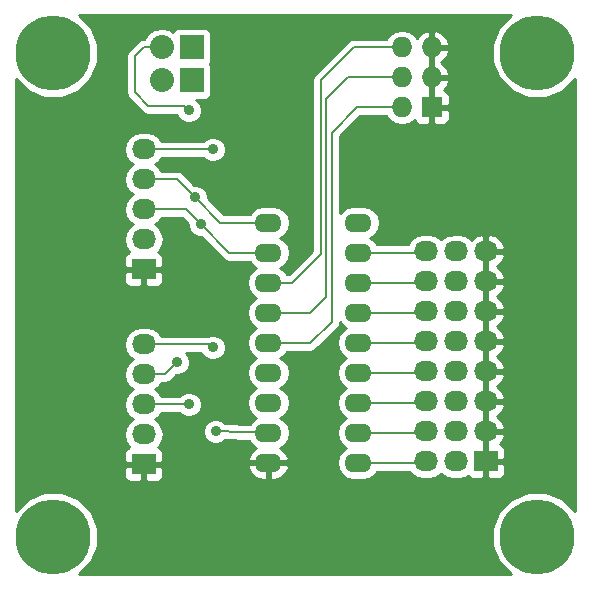
<source format=gbl>
G04 #@! TF.FileFunction,Copper,L2,Bot,Plane*
%FSLAX46Y46*%
G04 Gerber Fmt 4.6, Leading zero omitted, Abs format (unit mm)*
G04 Created by KiCad (PCBNEW (after 2015-mar-04 BZR unknown)-product) date 1/1/2016 2:42:15 PM*
%MOMM*%
G01*
G04 APERTURE LIST*
%ADD10C,0.150000*%
%ADD11O,2.300000X1.600000*%
%ADD12C,6.350000*%
%ADD13R,2.032000X2.032000*%
%ADD14O,2.032000X2.032000*%
%ADD15R,1.727200X1.727200*%
%ADD16O,1.727200X1.727200*%
%ADD17R,2.032000X1.727200*%
%ADD18O,2.032000X1.727200*%
%ADD19C,0.889000*%
%ADD20C,0.203200*%
%ADD21C,0.254000*%
G04 APERTURE END LIST*
D10*
D11*
X22225000Y-18415000D03*
X22225000Y-20955000D03*
X22225000Y-23495000D03*
X22225000Y-26035000D03*
X22225000Y-28575000D03*
X22225000Y-31115000D03*
X22225000Y-33655000D03*
X22225000Y-36195000D03*
X22225000Y-38735000D03*
X29845000Y-38735000D03*
X29845000Y-36195000D03*
X29845000Y-33655000D03*
X29845000Y-31115000D03*
X29845000Y-28575000D03*
X29845000Y-26035000D03*
X29845000Y-23495000D03*
X29845000Y-20955000D03*
X29845000Y-18415000D03*
D12*
X4000000Y-45000000D03*
X4000000Y-4000000D03*
X45000000Y-45000000D03*
X45000000Y-4000000D03*
D13*
X15748000Y-3556000D03*
D14*
X13208000Y-3556000D03*
D13*
X15748000Y-6350000D03*
D14*
X13208000Y-6350000D03*
D15*
X36068000Y-8636000D03*
D16*
X33528000Y-8636000D03*
X36068000Y-6096000D03*
X33528000Y-6096000D03*
X36068000Y-3556000D03*
X33528000Y-3556000D03*
D17*
X11684000Y-22352000D03*
D18*
X11684000Y-19812000D03*
X11684000Y-17272000D03*
X11684000Y-14732000D03*
X11684000Y-12192000D03*
D17*
X11684000Y-38862000D03*
D18*
X11684000Y-36322000D03*
X11684000Y-33782000D03*
X11684000Y-31242000D03*
X11684000Y-28702000D03*
D17*
X40640000Y-38608000D03*
D18*
X38100000Y-38608000D03*
X35560000Y-38608000D03*
X40640000Y-36068000D03*
X38100000Y-36068000D03*
X35560000Y-36068000D03*
X40640000Y-33528000D03*
X38100000Y-33528000D03*
X35560000Y-33528000D03*
X40640000Y-30988000D03*
X38100000Y-30988000D03*
X35560000Y-30988000D03*
X40640000Y-28448000D03*
X38100000Y-28448000D03*
X35560000Y-28448000D03*
X40640000Y-25908000D03*
X38100000Y-25908000D03*
X35560000Y-25908000D03*
X40640000Y-23368000D03*
X38100000Y-23368000D03*
X35560000Y-23368000D03*
X40640000Y-20828000D03*
X38100000Y-20828000D03*
X35560000Y-20828000D03*
D19*
X15494000Y-8890000D03*
X14478000Y-30226000D03*
X16002000Y-16256000D03*
X16510000Y-18542000D03*
X15494000Y-33782000D03*
X25146000Y-11938000D03*
X17526000Y-12192000D03*
X17526000Y-28956000D03*
X17780000Y-36068000D03*
D20*
X22225000Y-28575000D02*
X25781000Y-28575000D01*
X27584404Y-26771596D02*
X27584404Y-10769596D01*
X25781000Y-28575000D02*
X27584404Y-26771596D01*
X29718000Y-8636000D02*
X33528000Y-8636000D01*
X27584404Y-10769596D02*
X29718000Y-8636000D01*
X22225000Y-26035000D02*
X25781000Y-26035000D01*
X27127202Y-24688798D02*
X27127202Y-18796000D01*
X25781000Y-26035000D02*
X27127202Y-24688798D01*
X22225000Y-26035000D02*
X23241000Y-26035000D01*
X27127202Y-18796000D02*
X27127202Y-7924798D01*
X28956000Y-6096000D02*
X33528000Y-6096000D01*
X27127202Y-7924798D02*
X28956000Y-6096000D01*
X22225000Y-23495000D02*
X24257000Y-23495000D01*
X26670000Y-21082000D02*
X26670000Y-6350000D01*
X24257000Y-23495000D02*
X26670000Y-21082000D01*
X22225000Y-23495000D02*
X23241000Y-23495000D01*
X26670000Y-6350000D02*
X29464000Y-3556000D01*
X29464000Y-3556000D02*
X33528000Y-3556000D01*
X22225000Y-18415000D02*
X18161000Y-18415000D01*
X18161000Y-18415000D02*
X16002000Y-16256000D01*
X15494000Y-8890000D02*
X15113000Y-8509000D01*
X15113000Y-8509000D02*
X12065000Y-8509000D01*
X12065000Y-8509000D02*
X10922000Y-7366000D01*
X10922000Y-7366000D02*
X10922000Y-4318000D01*
X10922000Y-4318000D02*
X11684000Y-3556000D01*
X11684000Y-3556000D02*
X13208000Y-3556000D01*
X13462000Y-31242000D02*
X14478000Y-30226000D01*
X11684000Y-31242000D02*
X13462000Y-31242000D01*
X14478000Y-14732000D02*
X11684000Y-14732000D01*
X16002000Y-16256000D02*
X14478000Y-14732000D01*
X22225000Y-20955000D02*
X18923000Y-20955000D01*
X18923000Y-20955000D02*
X16510000Y-18542000D01*
X11684000Y-33782000D02*
X15494000Y-33782000D01*
X15240000Y-17272000D02*
X11684000Y-17272000D01*
X16510000Y-18542000D02*
X15240000Y-17272000D01*
X17526000Y-12192000D02*
X11684000Y-12192000D01*
X22225000Y-36195000D02*
X17780000Y-36068000D01*
X17272000Y-28702000D02*
X11684000Y-28702000D01*
X17526000Y-28956000D02*
X17272000Y-28702000D01*
X22225000Y-36195000D02*
X22860000Y-36195000D01*
X29845000Y-20955000D02*
X35560000Y-20955000D01*
X29845000Y-23495000D02*
X35560000Y-23495000D01*
X29845000Y-26035000D02*
X35560000Y-26035000D01*
X29845000Y-28575000D02*
X35560000Y-28575000D01*
X29845000Y-31115000D02*
X35560000Y-31115000D01*
X29845000Y-33655000D02*
X35560000Y-33655000D01*
X29845000Y-36195000D02*
X35560000Y-36195000D01*
X29845000Y-38735000D02*
X35560000Y-38735000D01*
D21*
G36*
X48174500Y-42787183D02*
X47161009Y-41771923D01*
X45761181Y-41190663D01*
X44245469Y-41189340D01*
X42844628Y-41768156D01*
X42291000Y-42320818D01*
X42291000Y-39597910D01*
X42291000Y-39345291D01*
X42291000Y-38893750D01*
X42291000Y-38322250D01*
X42291000Y-37870709D01*
X42291000Y-37618090D01*
X42194327Y-37384701D01*
X42015698Y-37206073D01*
X41818139Y-37124241D01*
X41990732Y-36970036D01*
X42244709Y-36442791D01*
X42247358Y-36427026D01*
X42247358Y-35708974D01*
X42244709Y-35693209D01*
X41990732Y-35165964D01*
X41578891Y-34798000D01*
X41990732Y-34430036D01*
X42244709Y-33902791D01*
X42247358Y-33887026D01*
X42247358Y-33168974D01*
X42244709Y-33153209D01*
X41990732Y-32625964D01*
X41578891Y-32258000D01*
X41990732Y-31890036D01*
X42244709Y-31362791D01*
X42247358Y-31347026D01*
X42247358Y-30628974D01*
X42244709Y-30613209D01*
X41990732Y-30085964D01*
X41578891Y-29718000D01*
X41990732Y-29350036D01*
X42244709Y-28822791D01*
X42247358Y-28807026D01*
X42247358Y-28088974D01*
X42244709Y-28073209D01*
X41990732Y-27545964D01*
X41578891Y-27178000D01*
X41990732Y-26810036D01*
X42244709Y-26282791D01*
X42247358Y-26267026D01*
X42247358Y-25548974D01*
X42244709Y-25533209D01*
X41990732Y-25005964D01*
X41578891Y-24638000D01*
X41990732Y-24270036D01*
X42244709Y-23742791D01*
X42247358Y-23727026D01*
X42247358Y-23008974D01*
X42244709Y-22993209D01*
X41990732Y-22465964D01*
X41578891Y-22098000D01*
X41990732Y-21730036D01*
X42244709Y-21202791D01*
X42247358Y-21187026D01*
X42247358Y-20468974D01*
X42244709Y-20453209D01*
X41990732Y-19925964D01*
X41554320Y-19536046D01*
X41001913Y-19342816D01*
X40767000Y-19487076D01*
X40767000Y-20701000D01*
X42126217Y-20701000D01*
X42247358Y-20468974D01*
X42247358Y-21187026D01*
X42126217Y-20955000D01*
X40767000Y-20955000D01*
X40767000Y-22027076D01*
X40767000Y-22168924D01*
X40767000Y-23241000D01*
X42126217Y-23241000D01*
X42247358Y-23008974D01*
X42247358Y-23727026D01*
X42126217Y-23495000D01*
X40767000Y-23495000D01*
X40767000Y-24567076D01*
X40767000Y-24708924D01*
X40767000Y-25781000D01*
X42126217Y-25781000D01*
X42247358Y-25548974D01*
X42247358Y-26267026D01*
X42126217Y-26035000D01*
X40767000Y-26035000D01*
X40767000Y-27107076D01*
X40767000Y-27248924D01*
X40767000Y-28321000D01*
X42126217Y-28321000D01*
X42247358Y-28088974D01*
X42247358Y-28807026D01*
X42126217Y-28575000D01*
X40767000Y-28575000D01*
X40767000Y-29647076D01*
X40767000Y-29788924D01*
X40767000Y-30861000D01*
X42126217Y-30861000D01*
X42247358Y-30628974D01*
X42247358Y-31347026D01*
X42126217Y-31115000D01*
X40767000Y-31115000D01*
X40767000Y-32187076D01*
X40767000Y-32328924D01*
X40767000Y-33401000D01*
X42126217Y-33401000D01*
X42247358Y-33168974D01*
X42247358Y-33887026D01*
X42126217Y-33655000D01*
X40767000Y-33655000D01*
X40767000Y-34727076D01*
X40767000Y-34868924D01*
X40767000Y-35941000D01*
X42126217Y-35941000D01*
X42247358Y-35708974D01*
X42247358Y-36427026D01*
X42126217Y-36195000D01*
X40767000Y-36195000D01*
X40767000Y-37268150D01*
X40767000Y-37408924D01*
X40767000Y-38481000D01*
X42132250Y-38481000D01*
X42291000Y-38322250D01*
X42291000Y-38893750D01*
X42132250Y-38735000D01*
X40767000Y-38735000D01*
X40767000Y-39947850D01*
X40925750Y-40106600D01*
X41782309Y-40106600D01*
X42015698Y-40009927D01*
X42194327Y-39831299D01*
X42291000Y-39597910D01*
X42291000Y-42320818D01*
X41771923Y-42838991D01*
X41190663Y-44238819D01*
X41189340Y-45754531D01*
X41768156Y-47155372D01*
X42785507Y-48174500D01*
X40513000Y-48174500D01*
X40513000Y-39947850D01*
X40513000Y-38735000D01*
X40493000Y-38735000D01*
X40493000Y-38481000D01*
X40513000Y-38481000D01*
X40513000Y-37408924D01*
X40513000Y-37268150D01*
X40513000Y-36195000D01*
X40493000Y-36195000D01*
X40493000Y-35941000D01*
X40513000Y-35941000D01*
X40513000Y-34868924D01*
X40513000Y-34727076D01*
X40513000Y-33655000D01*
X40493000Y-33655000D01*
X40493000Y-33401000D01*
X40513000Y-33401000D01*
X40513000Y-32328924D01*
X40513000Y-32187076D01*
X40513000Y-31115000D01*
X40493000Y-31115000D01*
X40493000Y-30861000D01*
X40513000Y-30861000D01*
X40513000Y-29788924D01*
X40513000Y-29647076D01*
X40513000Y-28575000D01*
X40493000Y-28575000D01*
X40493000Y-28321000D01*
X40513000Y-28321000D01*
X40513000Y-27248924D01*
X40513000Y-27107076D01*
X40513000Y-26035000D01*
X40493000Y-26035000D01*
X40493000Y-25781000D01*
X40513000Y-25781000D01*
X40513000Y-24708924D01*
X40513000Y-24567076D01*
X40513000Y-23495000D01*
X40493000Y-23495000D01*
X40493000Y-23241000D01*
X40513000Y-23241000D01*
X40513000Y-22168924D01*
X40513000Y-22027076D01*
X40513000Y-20955000D01*
X40493000Y-20955000D01*
X40493000Y-20701000D01*
X40513000Y-20701000D01*
X40513000Y-19487076D01*
X40278087Y-19342816D01*
X39725680Y-19536046D01*
X39389753Y-19836183D01*
X39344415Y-19768330D01*
X38858234Y-19443474D01*
X38284745Y-19329400D01*
X37915255Y-19329400D01*
X37566600Y-19398751D01*
X37566600Y-9625910D01*
X37566600Y-9373291D01*
X37566600Y-8921750D01*
X37566600Y-8350250D01*
X37566600Y-7898709D01*
X37566600Y-7646090D01*
X37469927Y-7412701D01*
X37291298Y-7234073D01*
X37093880Y-7152299D01*
X37350688Y-6870947D01*
X37522958Y-6455026D01*
X37522958Y-5736974D01*
X37350688Y-5321053D01*
X36956490Y-4889179D01*
X36821687Y-4826000D01*
X36956490Y-4762821D01*
X37350688Y-4330947D01*
X37522958Y-3915026D01*
X37522958Y-3196974D01*
X37350688Y-2781053D01*
X36956490Y-2349179D01*
X36427027Y-2101032D01*
X36195000Y-2221531D01*
X36195000Y-3429000D01*
X37401817Y-3429000D01*
X37522958Y-3196974D01*
X37522958Y-3915026D01*
X37401817Y-3683000D01*
X36195000Y-3683000D01*
X36195000Y-4761531D01*
X36195000Y-4890469D01*
X36195000Y-5969000D01*
X37401817Y-5969000D01*
X37522958Y-5736974D01*
X37522958Y-6455026D01*
X37401817Y-6223000D01*
X36195000Y-6223000D01*
X36195000Y-7296150D01*
X36195000Y-7430469D01*
X36195000Y-8509000D01*
X37407850Y-8509000D01*
X37566600Y-8350250D01*
X37566600Y-8921750D01*
X37407850Y-8763000D01*
X36195000Y-8763000D01*
X36195000Y-9975850D01*
X36353750Y-10134600D01*
X37057909Y-10134600D01*
X37291298Y-10037927D01*
X37469927Y-9859299D01*
X37566600Y-9625910D01*
X37566600Y-19398751D01*
X37341766Y-19443474D01*
X36855585Y-19768330D01*
X36830000Y-19806620D01*
X36804415Y-19768330D01*
X36318234Y-19443474D01*
X35744745Y-19329400D01*
X35375255Y-19329400D01*
X34801766Y-19443474D01*
X34315585Y-19768330D01*
X34014857Y-20218400D01*
X31430487Y-20218400D01*
X31244668Y-19940302D01*
X30862582Y-19685000D01*
X31244668Y-19429698D01*
X31555737Y-18964151D01*
X31664970Y-18415000D01*
X31555737Y-17865849D01*
X31244668Y-17400302D01*
X30779121Y-17089233D01*
X30229970Y-16980000D01*
X29460030Y-16980000D01*
X28910879Y-17089233D01*
X28445332Y-17400302D01*
X28321004Y-17586371D01*
X28321004Y-11074706D01*
X30023110Y-9372600D01*
X32223102Y-9372600D01*
X32438971Y-9695670D01*
X32925152Y-10020526D01*
X33498641Y-10134600D01*
X33557359Y-10134600D01*
X34130848Y-10020526D01*
X34602356Y-9705473D01*
X34666073Y-9859299D01*
X34844702Y-10037927D01*
X35078091Y-10134600D01*
X35782250Y-10134600D01*
X35941000Y-9975850D01*
X35941000Y-8763000D01*
X35921000Y-8763000D01*
X35921000Y-8509000D01*
X35941000Y-8509000D01*
X35941000Y-7430469D01*
X35941000Y-7296150D01*
X35941000Y-6223000D01*
X35921000Y-6223000D01*
X35921000Y-5969000D01*
X35941000Y-5969000D01*
X35941000Y-4890469D01*
X35941000Y-4761531D01*
X35941000Y-3683000D01*
X35921000Y-3683000D01*
X35921000Y-3429000D01*
X35941000Y-3429000D01*
X35941000Y-2221531D01*
X35708973Y-2101032D01*
X35179510Y-2349179D01*
X34797992Y-2767160D01*
X34617029Y-2496330D01*
X34130848Y-2171474D01*
X33557359Y-2057400D01*
X33498641Y-2057400D01*
X32925152Y-2171474D01*
X32438971Y-2496330D01*
X32223102Y-2819400D01*
X29464000Y-2819400D01*
X29182115Y-2875470D01*
X28943145Y-3035145D01*
X26149145Y-5829145D01*
X25989470Y-6068115D01*
X25933400Y-6350000D01*
X25933400Y-20776890D01*
X23951890Y-22758400D01*
X23810487Y-22758400D01*
X23624668Y-22480302D01*
X23242582Y-22225000D01*
X23624668Y-21969698D01*
X23935737Y-21504151D01*
X24044970Y-20955000D01*
X23935737Y-20405849D01*
X23624668Y-19940302D01*
X23242582Y-19685000D01*
X23624668Y-19429698D01*
X23935737Y-18964151D01*
X24044970Y-18415000D01*
X23935737Y-17865849D01*
X23624668Y-17400302D01*
X23159121Y-17089233D01*
X22609970Y-16980000D01*
X21840030Y-16980000D01*
X21290879Y-17089233D01*
X20825332Y-17400302D01*
X20639512Y-17678400D01*
X18466110Y-17678400D01*
X17081467Y-16293757D01*
X17081687Y-16042216D01*
X16917689Y-15645311D01*
X16614286Y-15341378D01*
X16217668Y-15176687D01*
X15964176Y-15176466D01*
X14998855Y-14211145D01*
X14759885Y-14051470D01*
X14478000Y-13995400D01*
X13144283Y-13995400D01*
X12928415Y-13672330D01*
X12613634Y-13462000D01*
X12928415Y-13251670D01*
X13144283Y-12928600D01*
X16736002Y-12928600D01*
X16913714Y-13106622D01*
X17310332Y-13271313D01*
X17739784Y-13271687D01*
X18136689Y-13107689D01*
X18440622Y-12804286D01*
X18605313Y-12407668D01*
X18605687Y-11978216D01*
X18441689Y-11581311D01*
X18138286Y-11277378D01*
X17741668Y-11112687D01*
X17411440Y-11112399D01*
X17411440Y-7366000D01*
X17411440Y-5334000D01*
X17364463Y-5091877D01*
X17272974Y-4952603D01*
X17361377Y-4821640D01*
X17411440Y-4572000D01*
X17411440Y-2540000D01*
X17364463Y-2297877D01*
X17224673Y-2085073D01*
X17013640Y-1942623D01*
X16764000Y-1892560D01*
X14732000Y-1892560D01*
X14489877Y-1939537D01*
X14277073Y-2079327D01*
X14178836Y-2224860D01*
X13839810Y-1998330D01*
X13208000Y-1872655D01*
X12576190Y-1998330D01*
X12040567Y-2356222D01*
X11731081Y-2819400D01*
X11684000Y-2819400D01*
X11402115Y-2875470D01*
X11163145Y-3035145D01*
X10401145Y-3797145D01*
X10241470Y-4036115D01*
X10185400Y-4318000D01*
X10185400Y-7366000D01*
X10241470Y-7647885D01*
X10401145Y-7886855D01*
X11544145Y-9029855D01*
X11783115Y-9189530D01*
X12065000Y-9245600D01*
X14472910Y-9245600D01*
X14578311Y-9500689D01*
X14881714Y-9804622D01*
X15278332Y-9969313D01*
X15707784Y-9969687D01*
X16104689Y-9805689D01*
X16408622Y-9502286D01*
X16573313Y-9105668D01*
X16573687Y-8676216D01*
X16409689Y-8279311D01*
X16144281Y-8013440D01*
X16764000Y-8013440D01*
X17006123Y-7966463D01*
X17218927Y-7826673D01*
X17361377Y-7615640D01*
X17411440Y-7366000D01*
X17411440Y-11112399D01*
X17312216Y-11112313D01*
X16915311Y-11276311D01*
X16735909Y-11455400D01*
X13144283Y-11455400D01*
X12928415Y-11132330D01*
X12442234Y-10807474D01*
X11868745Y-10693400D01*
X11499255Y-10693400D01*
X10925766Y-10807474D01*
X10439585Y-11132330D01*
X10114729Y-11618511D01*
X10000655Y-12192000D01*
X10114729Y-12765489D01*
X10439585Y-13251670D01*
X10754365Y-13462000D01*
X10439585Y-13672330D01*
X10114729Y-14158511D01*
X10000655Y-14732000D01*
X10114729Y-15305489D01*
X10439585Y-15791670D01*
X10754365Y-16002000D01*
X10439585Y-16212330D01*
X10114729Y-16698511D01*
X10000655Y-17272000D01*
X10114729Y-17845489D01*
X10439585Y-18331670D01*
X10754365Y-18542000D01*
X10439585Y-18752330D01*
X10114729Y-19238511D01*
X10000655Y-19812000D01*
X10114729Y-20385489D01*
X10439585Y-20871670D01*
X10461780Y-20886500D01*
X10308302Y-20950073D01*
X10129673Y-21128701D01*
X10033000Y-21362090D01*
X10033000Y-21614709D01*
X10033000Y-22066250D01*
X10191750Y-22225000D01*
X11557000Y-22225000D01*
X11557000Y-22205000D01*
X11811000Y-22205000D01*
X11811000Y-22225000D01*
X13176250Y-22225000D01*
X13335000Y-22066250D01*
X13335000Y-21614709D01*
X13335000Y-21362090D01*
X13238327Y-21128701D01*
X13059698Y-20950073D01*
X12906219Y-20886500D01*
X12928415Y-20871670D01*
X13253271Y-20385489D01*
X13367345Y-19812000D01*
X13253271Y-19238511D01*
X12928415Y-18752330D01*
X12613634Y-18542000D01*
X12928415Y-18331670D01*
X13144283Y-18008600D01*
X14934890Y-18008600D01*
X15430532Y-18504242D01*
X15430313Y-18755784D01*
X15594311Y-19152689D01*
X15897714Y-19456622D01*
X16294332Y-19621313D01*
X16547823Y-19621533D01*
X18402145Y-21475855D01*
X18641115Y-21635530D01*
X18923000Y-21691600D01*
X20639512Y-21691600D01*
X20825332Y-21969698D01*
X21207417Y-22225000D01*
X20825332Y-22480302D01*
X20514263Y-22945849D01*
X20405030Y-23495000D01*
X20514263Y-24044151D01*
X20825332Y-24509698D01*
X21207417Y-24765000D01*
X20825332Y-25020302D01*
X20514263Y-25485849D01*
X20405030Y-26035000D01*
X20514263Y-26584151D01*
X20825332Y-27049698D01*
X21207417Y-27305000D01*
X20825332Y-27560302D01*
X20514263Y-28025849D01*
X20405030Y-28575000D01*
X20514263Y-29124151D01*
X20825332Y-29589698D01*
X21207417Y-29845000D01*
X20825332Y-30100302D01*
X20514263Y-30565849D01*
X20405030Y-31115000D01*
X20514263Y-31664151D01*
X20825332Y-32129698D01*
X21207417Y-32385000D01*
X20825332Y-32640302D01*
X20514263Y-33105849D01*
X20405030Y-33655000D01*
X20514263Y-34204151D01*
X20825332Y-34669698D01*
X21207417Y-34925000D01*
X20825332Y-35180302D01*
X20669411Y-35413653D01*
X18605687Y-35354689D01*
X18605687Y-28742216D01*
X18441689Y-28345311D01*
X18138286Y-28041378D01*
X17741668Y-27876687D01*
X17312216Y-27876313D01*
X17096609Y-27965400D01*
X13335000Y-27965400D01*
X13335000Y-23341910D01*
X13335000Y-23089291D01*
X13335000Y-22637750D01*
X13176250Y-22479000D01*
X11811000Y-22479000D01*
X11811000Y-23691850D01*
X11969750Y-23850600D01*
X12826309Y-23850600D01*
X13059698Y-23753927D01*
X13238327Y-23575299D01*
X13335000Y-23341910D01*
X13335000Y-27965400D01*
X13144283Y-27965400D01*
X12928415Y-27642330D01*
X12442234Y-27317474D01*
X11868745Y-27203400D01*
X11557000Y-27203400D01*
X11557000Y-23691850D01*
X11557000Y-22479000D01*
X10191750Y-22479000D01*
X10033000Y-22637750D01*
X10033000Y-23089291D01*
X10033000Y-23341910D01*
X10129673Y-23575299D01*
X10308302Y-23753927D01*
X10541691Y-23850600D01*
X11398250Y-23850600D01*
X11557000Y-23691850D01*
X11557000Y-27203400D01*
X11499255Y-27203400D01*
X10925766Y-27317474D01*
X10439585Y-27642330D01*
X10114729Y-28128511D01*
X10000655Y-28702000D01*
X10114729Y-29275489D01*
X10439585Y-29761670D01*
X10754365Y-29972000D01*
X10439585Y-30182330D01*
X10114729Y-30668511D01*
X10000655Y-31242000D01*
X10114729Y-31815489D01*
X10439585Y-32301670D01*
X10754365Y-32512000D01*
X10439585Y-32722330D01*
X10114729Y-33208511D01*
X10000655Y-33782000D01*
X10114729Y-34355489D01*
X10439585Y-34841670D01*
X10754365Y-35052000D01*
X10439585Y-35262330D01*
X10114729Y-35748511D01*
X10000655Y-36322000D01*
X10114729Y-36895489D01*
X10439585Y-37381670D01*
X10461780Y-37396500D01*
X10308302Y-37460073D01*
X10129673Y-37638701D01*
X10033000Y-37872090D01*
X10033000Y-38124709D01*
X10033000Y-38576250D01*
X10191750Y-38735000D01*
X11557000Y-38735000D01*
X11557000Y-38715000D01*
X11811000Y-38715000D01*
X11811000Y-38735000D01*
X13176250Y-38735000D01*
X13335000Y-38576250D01*
X13335000Y-38124709D01*
X13335000Y-37872090D01*
X13238327Y-37638701D01*
X13059698Y-37460073D01*
X12906219Y-37396500D01*
X12928415Y-37381670D01*
X13253271Y-36895489D01*
X13367345Y-36322000D01*
X13253271Y-35748511D01*
X12928415Y-35262330D01*
X12613634Y-35052000D01*
X12928415Y-34841670D01*
X13144283Y-34518600D01*
X14704002Y-34518600D01*
X14881714Y-34696622D01*
X15278332Y-34861313D01*
X15707784Y-34861687D01*
X16104689Y-34697689D01*
X16408622Y-34394286D01*
X16573313Y-33997668D01*
X16573687Y-33568216D01*
X16409689Y-33171311D01*
X16106286Y-32867378D01*
X15709668Y-32702687D01*
X15280216Y-32702313D01*
X14883311Y-32866311D01*
X14703909Y-33045400D01*
X13144283Y-33045400D01*
X12928415Y-32722330D01*
X12613634Y-32512000D01*
X12928415Y-32301670D01*
X13144283Y-31978600D01*
X13462000Y-31978600D01*
X13743885Y-31922530D01*
X13982855Y-31762855D01*
X14440242Y-31305467D01*
X14691784Y-31305687D01*
X15088689Y-31141689D01*
X15392622Y-30838286D01*
X15557313Y-30441668D01*
X15557687Y-30012216D01*
X15393689Y-29615311D01*
X15217286Y-29438600D01*
X16557385Y-29438600D01*
X16610311Y-29566689D01*
X16913714Y-29870622D01*
X17310332Y-30035313D01*
X17739784Y-30035687D01*
X18136689Y-29871689D01*
X18440622Y-29568286D01*
X18605313Y-29171668D01*
X18605687Y-28742216D01*
X18605687Y-35354689D01*
X18592881Y-35354324D01*
X18392286Y-35153378D01*
X17995668Y-34988687D01*
X17566216Y-34988313D01*
X17169311Y-35152311D01*
X16865378Y-35455714D01*
X16700687Y-35852332D01*
X16700313Y-36281784D01*
X16864311Y-36678689D01*
X17167714Y-36982622D01*
X17564332Y-37147313D01*
X17993784Y-37147687D01*
X18390689Y-36983689D01*
X18547813Y-36826838D01*
X20608860Y-36885725D01*
X20825332Y-37209698D01*
X21203151Y-37462149D01*
X20770500Y-37810104D01*
X20500633Y-38303181D01*
X20483096Y-38385961D01*
X20605085Y-38608000D01*
X22098000Y-38608000D01*
X22098000Y-38588000D01*
X22352000Y-38588000D01*
X22352000Y-38608000D01*
X23844915Y-38608000D01*
X23966904Y-38385961D01*
X23949367Y-38303181D01*
X23679500Y-37810104D01*
X23246848Y-37462149D01*
X23624668Y-37209698D01*
X23935737Y-36744151D01*
X24044970Y-36195000D01*
X23935737Y-35645849D01*
X23624668Y-35180302D01*
X23242582Y-34925000D01*
X23624668Y-34669698D01*
X23935737Y-34204151D01*
X24044970Y-33655000D01*
X23935737Y-33105849D01*
X23624668Y-32640302D01*
X23242582Y-32385000D01*
X23624668Y-32129698D01*
X23935737Y-31664151D01*
X24044970Y-31115000D01*
X23935737Y-30565849D01*
X23624668Y-30100302D01*
X23242582Y-29845000D01*
X23624668Y-29589698D01*
X23810487Y-29311600D01*
X25781000Y-29311600D01*
X26062885Y-29255530D01*
X26301855Y-29095855D01*
X28105259Y-27292451D01*
X28264934Y-27053481D01*
X28306897Y-26842516D01*
X28445332Y-27049698D01*
X28827417Y-27305000D01*
X28445332Y-27560302D01*
X28134263Y-28025849D01*
X28025030Y-28575000D01*
X28134263Y-29124151D01*
X28445332Y-29589698D01*
X28827417Y-29845000D01*
X28445332Y-30100302D01*
X28134263Y-30565849D01*
X28025030Y-31115000D01*
X28134263Y-31664151D01*
X28445332Y-32129698D01*
X28827417Y-32385000D01*
X28445332Y-32640302D01*
X28134263Y-33105849D01*
X28025030Y-33655000D01*
X28134263Y-34204151D01*
X28445332Y-34669698D01*
X28827417Y-34925000D01*
X28445332Y-35180302D01*
X28134263Y-35645849D01*
X28025030Y-36195000D01*
X28134263Y-36744151D01*
X28445332Y-37209698D01*
X28827417Y-37465000D01*
X28445332Y-37720302D01*
X28134263Y-38185849D01*
X28025030Y-38735000D01*
X28134263Y-39284151D01*
X28445332Y-39749698D01*
X28910879Y-40060767D01*
X29460030Y-40170000D01*
X30229970Y-40170000D01*
X30779121Y-40060767D01*
X31244668Y-39749698D01*
X31430487Y-39471600D01*
X34184575Y-39471600D01*
X34315585Y-39667670D01*
X34801766Y-39992526D01*
X35375255Y-40106600D01*
X35744745Y-40106600D01*
X36318234Y-39992526D01*
X36804415Y-39667670D01*
X36830000Y-39629379D01*
X36855585Y-39667670D01*
X37341766Y-39992526D01*
X37915255Y-40106600D01*
X38284745Y-40106600D01*
X38858234Y-39992526D01*
X39091222Y-39836848D01*
X39264302Y-40009927D01*
X39497691Y-40106600D01*
X40354250Y-40106600D01*
X40513000Y-39947850D01*
X40513000Y-48174500D01*
X23966904Y-48174500D01*
X23966904Y-39084039D01*
X23844915Y-38862000D01*
X22352000Y-38862000D01*
X22352000Y-40170000D01*
X22702000Y-40170000D01*
X23241483Y-40012166D01*
X23679500Y-39659896D01*
X23949367Y-39166819D01*
X23966904Y-39084039D01*
X23966904Y-48174500D01*
X22098000Y-48174500D01*
X22098000Y-40170000D01*
X22098000Y-38862000D01*
X20605085Y-38862000D01*
X20483096Y-39084039D01*
X20500633Y-39166819D01*
X20770500Y-39659896D01*
X21208517Y-40012166D01*
X21748000Y-40170000D01*
X22098000Y-40170000D01*
X22098000Y-48174500D01*
X13335000Y-48174500D01*
X13335000Y-39851910D01*
X13335000Y-39599291D01*
X13335000Y-39147750D01*
X13176250Y-38989000D01*
X11811000Y-38989000D01*
X11811000Y-40201850D01*
X11969750Y-40360600D01*
X12826309Y-40360600D01*
X13059698Y-40263927D01*
X13238327Y-40085299D01*
X13335000Y-39851910D01*
X13335000Y-48174500D01*
X11557000Y-48174500D01*
X11557000Y-40201850D01*
X11557000Y-38989000D01*
X10191750Y-38989000D01*
X10033000Y-39147750D01*
X10033000Y-39599291D01*
X10033000Y-39851910D01*
X10129673Y-40085299D01*
X10308302Y-40263927D01*
X10541691Y-40360600D01*
X11398250Y-40360600D01*
X11557000Y-40201850D01*
X11557000Y-48174500D01*
X6212816Y-48174500D01*
X7228077Y-47161009D01*
X7809337Y-45761181D01*
X7810660Y-44245469D01*
X7231844Y-42844628D01*
X6161009Y-41771923D01*
X4761181Y-41190663D01*
X3245469Y-41189340D01*
X1844628Y-41768156D01*
X825500Y-42785507D01*
X825500Y-6212816D01*
X1838991Y-7228077D01*
X3238819Y-7809337D01*
X4754531Y-7810660D01*
X6155372Y-7231844D01*
X7228077Y-6161009D01*
X7809337Y-4761181D01*
X7810660Y-3245469D01*
X7231844Y-1844628D01*
X6214492Y-825500D01*
X42787183Y-825500D01*
X41771923Y-1838991D01*
X41190663Y-3238819D01*
X41189340Y-4754531D01*
X41768156Y-6155372D01*
X42838991Y-7228077D01*
X44238819Y-7809337D01*
X45754531Y-7810660D01*
X47155372Y-7231844D01*
X48174500Y-6214492D01*
X48174500Y-42787183D01*
X48174500Y-42787183D01*
G37*
X48174500Y-42787183D02*
X47161009Y-41771923D01*
X45761181Y-41190663D01*
X44245469Y-41189340D01*
X42844628Y-41768156D01*
X42291000Y-42320818D01*
X42291000Y-39597910D01*
X42291000Y-39345291D01*
X42291000Y-38893750D01*
X42291000Y-38322250D01*
X42291000Y-37870709D01*
X42291000Y-37618090D01*
X42194327Y-37384701D01*
X42015698Y-37206073D01*
X41818139Y-37124241D01*
X41990732Y-36970036D01*
X42244709Y-36442791D01*
X42247358Y-36427026D01*
X42247358Y-35708974D01*
X42244709Y-35693209D01*
X41990732Y-35165964D01*
X41578891Y-34798000D01*
X41990732Y-34430036D01*
X42244709Y-33902791D01*
X42247358Y-33887026D01*
X42247358Y-33168974D01*
X42244709Y-33153209D01*
X41990732Y-32625964D01*
X41578891Y-32258000D01*
X41990732Y-31890036D01*
X42244709Y-31362791D01*
X42247358Y-31347026D01*
X42247358Y-30628974D01*
X42244709Y-30613209D01*
X41990732Y-30085964D01*
X41578891Y-29718000D01*
X41990732Y-29350036D01*
X42244709Y-28822791D01*
X42247358Y-28807026D01*
X42247358Y-28088974D01*
X42244709Y-28073209D01*
X41990732Y-27545964D01*
X41578891Y-27178000D01*
X41990732Y-26810036D01*
X42244709Y-26282791D01*
X42247358Y-26267026D01*
X42247358Y-25548974D01*
X42244709Y-25533209D01*
X41990732Y-25005964D01*
X41578891Y-24638000D01*
X41990732Y-24270036D01*
X42244709Y-23742791D01*
X42247358Y-23727026D01*
X42247358Y-23008974D01*
X42244709Y-22993209D01*
X41990732Y-22465964D01*
X41578891Y-22098000D01*
X41990732Y-21730036D01*
X42244709Y-21202791D01*
X42247358Y-21187026D01*
X42247358Y-20468974D01*
X42244709Y-20453209D01*
X41990732Y-19925964D01*
X41554320Y-19536046D01*
X41001913Y-19342816D01*
X40767000Y-19487076D01*
X40767000Y-20701000D01*
X42126217Y-20701000D01*
X42247358Y-20468974D01*
X42247358Y-21187026D01*
X42126217Y-20955000D01*
X40767000Y-20955000D01*
X40767000Y-22027076D01*
X40767000Y-22168924D01*
X40767000Y-23241000D01*
X42126217Y-23241000D01*
X42247358Y-23008974D01*
X42247358Y-23727026D01*
X42126217Y-23495000D01*
X40767000Y-23495000D01*
X40767000Y-24567076D01*
X40767000Y-24708924D01*
X40767000Y-25781000D01*
X42126217Y-25781000D01*
X42247358Y-25548974D01*
X42247358Y-26267026D01*
X42126217Y-26035000D01*
X40767000Y-26035000D01*
X40767000Y-27107076D01*
X40767000Y-27248924D01*
X40767000Y-28321000D01*
X42126217Y-28321000D01*
X42247358Y-28088974D01*
X42247358Y-28807026D01*
X42126217Y-28575000D01*
X40767000Y-28575000D01*
X40767000Y-29647076D01*
X40767000Y-29788924D01*
X40767000Y-30861000D01*
X42126217Y-30861000D01*
X42247358Y-30628974D01*
X42247358Y-31347026D01*
X42126217Y-31115000D01*
X40767000Y-31115000D01*
X40767000Y-32187076D01*
X40767000Y-32328924D01*
X40767000Y-33401000D01*
X42126217Y-33401000D01*
X42247358Y-33168974D01*
X42247358Y-33887026D01*
X42126217Y-33655000D01*
X40767000Y-33655000D01*
X40767000Y-34727076D01*
X40767000Y-34868924D01*
X40767000Y-35941000D01*
X42126217Y-35941000D01*
X42247358Y-35708974D01*
X42247358Y-36427026D01*
X42126217Y-36195000D01*
X40767000Y-36195000D01*
X40767000Y-37268150D01*
X40767000Y-37408924D01*
X40767000Y-38481000D01*
X42132250Y-38481000D01*
X42291000Y-38322250D01*
X42291000Y-38893750D01*
X42132250Y-38735000D01*
X40767000Y-38735000D01*
X40767000Y-39947850D01*
X40925750Y-40106600D01*
X41782309Y-40106600D01*
X42015698Y-40009927D01*
X42194327Y-39831299D01*
X42291000Y-39597910D01*
X42291000Y-42320818D01*
X41771923Y-42838991D01*
X41190663Y-44238819D01*
X41189340Y-45754531D01*
X41768156Y-47155372D01*
X42785507Y-48174500D01*
X40513000Y-48174500D01*
X40513000Y-39947850D01*
X40513000Y-38735000D01*
X40493000Y-38735000D01*
X40493000Y-38481000D01*
X40513000Y-38481000D01*
X40513000Y-37408924D01*
X40513000Y-37268150D01*
X40513000Y-36195000D01*
X40493000Y-36195000D01*
X40493000Y-35941000D01*
X40513000Y-35941000D01*
X40513000Y-34868924D01*
X40513000Y-34727076D01*
X40513000Y-33655000D01*
X40493000Y-33655000D01*
X40493000Y-33401000D01*
X40513000Y-33401000D01*
X40513000Y-32328924D01*
X40513000Y-32187076D01*
X40513000Y-31115000D01*
X40493000Y-31115000D01*
X40493000Y-30861000D01*
X40513000Y-30861000D01*
X40513000Y-29788924D01*
X40513000Y-29647076D01*
X40513000Y-28575000D01*
X40493000Y-28575000D01*
X40493000Y-28321000D01*
X40513000Y-28321000D01*
X40513000Y-27248924D01*
X40513000Y-27107076D01*
X40513000Y-26035000D01*
X40493000Y-26035000D01*
X40493000Y-25781000D01*
X40513000Y-25781000D01*
X40513000Y-24708924D01*
X40513000Y-24567076D01*
X40513000Y-23495000D01*
X40493000Y-23495000D01*
X40493000Y-23241000D01*
X40513000Y-23241000D01*
X40513000Y-22168924D01*
X40513000Y-22027076D01*
X40513000Y-20955000D01*
X40493000Y-20955000D01*
X40493000Y-20701000D01*
X40513000Y-20701000D01*
X40513000Y-19487076D01*
X40278087Y-19342816D01*
X39725680Y-19536046D01*
X39389753Y-19836183D01*
X39344415Y-19768330D01*
X38858234Y-19443474D01*
X38284745Y-19329400D01*
X37915255Y-19329400D01*
X37566600Y-19398751D01*
X37566600Y-9625910D01*
X37566600Y-9373291D01*
X37566600Y-8921750D01*
X37566600Y-8350250D01*
X37566600Y-7898709D01*
X37566600Y-7646090D01*
X37469927Y-7412701D01*
X37291298Y-7234073D01*
X37093880Y-7152299D01*
X37350688Y-6870947D01*
X37522958Y-6455026D01*
X37522958Y-5736974D01*
X37350688Y-5321053D01*
X36956490Y-4889179D01*
X36821687Y-4826000D01*
X36956490Y-4762821D01*
X37350688Y-4330947D01*
X37522958Y-3915026D01*
X37522958Y-3196974D01*
X37350688Y-2781053D01*
X36956490Y-2349179D01*
X36427027Y-2101032D01*
X36195000Y-2221531D01*
X36195000Y-3429000D01*
X37401817Y-3429000D01*
X37522958Y-3196974D01*
X37522958Y-3915026D01*
X37401817Y-3683000D01*
X36195000Y-3683000D01*
X36195000Y-4761531D01*
X36195000Y-4890469D01*
X36195000Y-5969000D01*
X37401817Y-5969000D01*
X37522958Y-5736974D01*
X37522958Y-6455026D01*
X37401817Y-6223000D01*
X36195000Y-6223000D01*
X36195000Y-7296150D01*
X36195000Y-7430469D01*
X36195000Y-8509000D01*
X37407850Y-8509000D01*
X37566600Y-8350250D01*
X37566600Y-8921750D01*
X37407850Y-8763000D01*
X36195000Y-8763000D01*
X36195000Y-9975850D01*
X36353750Y-10134600D01*
X37057909Y-10134600D01*
X37291298Y-10037927D01*
X37469927Y-9859299D01*
X37566600Y-9625910D01*
X37566600Y-19398751D01*
X37341766Y-19443474D01*
X36855585Y-19768330D01*
X36830000Y-19806620D01*
X36804415Y-19768330D01*
X36318234Y-19443474D01*
X35744745Y-19329400D01*
X35375255Y-19329400D01*
X34801766Y-19443474D01*
X34315585Y-19768330D01*
X34014857Y-20218400D01*
X31430487Y-20218400D01*
X31244668Y-19940302D01*
X30862582Y-19685000D01*
X31244668Y-19429698D01*
X31555737Y-18964151D01*
X31664970Y-18415000D01*
X31555737Y-17865849D01*
X31244668Y-17400302D01*
X30779121Y-17089233D01*
X30229970Y-16980000D01*
X29460030Y-16980000D01*
X28910879Y-17089233D01*
X28445332Y-17400302D01*
X28321004Y-17586371D01*
X28321004Y-11074706D01*
X30023110Y-9372600D01*
X32223102Y-9372600D01*
X32438971Y-9695670D01*
X32925152Y-10020526D01*
X33498641Y-10134600D01*
X33557359Y-10134600D01*
X34130848Y-10020526D01*
X34602356Y-9705473D01*
X34666073Y-9859299D01*
X34844702Y-10037927D01*
X35078091Y-10134600D01*
X35782250Y-10134600D01*
X35941000Y-9975850D01*
X35941000Y-8763000D01*
X35921000Y-8763000D01*
X35921000Y-8509000D01*
X35941000Y-8509000D01*
X35941000Y-7430469D01*
X35941000Y-7296150D01*
X35941000Y-6223000D01*
X35921000Y-6223000D01*
X35921000Y-5969000D01*
X35941000Y-5969000D01*
X35941000Y-4890469D01*
X35941000Y-4761531D01*
X35941000Y-3683000D01*
X35921000Y-3683000D01*
X35921000Y-3429000D01*
X35941000Y-3429000D01*
X35941000Y-2221531D01*
X35708973Y-2101032D01*
X35179510Y-2349179D01*
X34797992Y-2767160D01*
X34617029Y-2496330D01*
X34130848Y-2171474D01*
X33557359Y-2057400D01*
X33498641Y-2057400D01*
X32925152Y-2171474D01*
X32438971Y-2496330D01*
X32223102Y-2819400D01*
X29464000Y-2819400D01*
X29182115Y-2875470D01*
X28943145Y-3035145D01*
X26149145Y-5829145D01*
X25989470Y-6068115D01*
X25933400Y-6350000D01*
X25933400Y-20776890D01*
X23951890Y-22758400D01*
X23810487Y-22758400D01*
X23624668Y-22480302D01*
X23242582Y-22225000D01*
X23624668Y-21969698D01*
X23935737Y-21504151D01*
X24044970Y-20955000D01*
X23935737Y-20405849D01*
X23624668Y-19940302D01*
X23242582Y-19685000D01*
X23624668Y-19429698D01*
X23935737Y-18964151D01*
X24044970Y-18415000D01*
X23935737Y-17865849D01*
X23624668Y-17400302D01*
X23159121Y-17089233D01*
X22609970Y-16980000D01*
X21840030Y-16980000D01*
X21290879Y-17089233D01*
X20825332Y-17400302D01*
X20639512Y-17678400D01*
X18466110Y-17678400D01*
X17081467Y-16293757D01*
X17081687Y-16042216D01*
X16917689Y-15645311D01*
X16614286Y-15341378D01*
X16217668Y-15176687D01*
X15964176Y-15176466D01*
X14998855Y-14211145D01*
X14759885Y-14051470D01*
X14478000Y-13995400D01*
X13144283Y-13995400D01*
X12928415Y-13672330D01*
X12613634Y-13462000D01*
X12928415Y-13251670D01*
X13144283Y-12928600D01*
X16736002Y-12928600D01*
X16913714Y-13106622D01*
X17310332Y-13271313D01*
X17739784Y-13271687D01*
X18136689Y-13107689D01*
X18440622Y-12804286D01*
X18605313Y-12407668D01*
X18605687Y-11978216D01*
X18441689Y-11581311D01*
X18138286Y-11277378D01*
X17741668Y-11112687D01*
X17411440Y-11112399D01*
X17411440Y-7366000D01*
X17411440Y-5334000D01*
X17364463Y-5091877D01*
X17272974Y-4952603D01*
X17361377Y-4821640D01*
X17411440Y-4572000D01*
X17411440Y-2540000D01*
X17364463Y-2297877D01*
X17224673Y-2085073D01*
X17013640Y-1942623D01*
X16764000Y-1892560D01*
X14732000Y-1892560D01*
X14489877Y-1939537D01*
X14277073Y-2079327D01*
X14178836Y-2224860D01*
X13839810Y-1998330D01*
X13208000Y-1872655D01*
X12576190Y-1998330D01*
X12040567Y-2356222D01*
X11731081Y-2819400D01*
X11684000Y-2819400D01*
X11402115Y-2875470D01*
X11163145Y-3035145D01*
X10401145Y-3797145D01*
X10241470Y-4036115D01*
X10185400Y-4318000D01*
X10185400Y-7366000D01*
X10241470Y-7647885D01*
X10401145Y-7886855D01*
X11544145Y-9029855D01*
X11783115Y-9189530D01*
X12065000Y-9245600D01*
X14472910Y-9245600D01*
X14578311Y-9500689D01*
X14881714Y-9804622D01*
X15278332Y-9969313D01*
X15707784Y-9969687D01*
X16104689Y-9805689D01*
X16408622Y-9502286D01*
X16573313Y-9105668D01*
X16573687Y-8676216D01*
X16409689Y-8279311D01*
X16144281Y-8013440D01*
X16764000Y-8013440D01*
X17006123Y-7966463D01*
X17218927Y-7826673D01*
X17361377Y-7615640D01*
X17411440Y-7366000D01*
X17411440Y-11112399D01*
X17312216Y-11112313D01*
X16915311Y-11276311D01*
X16735909Y-11455400D01*
X13144283Y-11455400D01*
X12928415Y-11132330D01*
X12442234Y-10807474D01*
X11868745Y-10693400D01*
X11499255Y-10693400D01*
X10925766Y-10807474D01*
X10439585Y-11132330D01*
X10114729Y-11618511D01*
X10000655Y-12192000D01*
X10114729Y-12765489D01*
X10439585Y-13251670D01*
X10754365Y-13462000D01*
X10439585Y-13672330D01*
X10114729Y-14158511D01*
X10000655Y-14732000D01*
X10114729Y-15305489D01*
X10439585Y-15791670D01*
X10754365Y-16002000D01*
X10439585Y-16212330D01*
X10114729Y-16698511D01*
X10000655Y-17272000D01*
X10114729Y-17845489D01*
X10439585Y-18331670D01*
X10754365Y-18542000D01*
X10439585Y-18752330D01*
X10114729Y-19238511D01*
X10000655Y-19812000D01*
X10114729Y-20385489D01*
X10439585Y-20871670D01*
X10461780Y-20886500D01*
X10308302Y-20950073D01*
X10129673Y-21128701D01*
X10033000Y-21362090D01*
X10033000Y-21614709D01*
X10033000Y-22066250D01*
X10191750Y-22225000D01*
X11557000Y-22225000D01*
X11557000Y-22205000D01*
X11811000Y-22205000D01*
X11811000Y-22225000D01*
X13176250Y-22225000D01*
X13335000Y-22066250D01*
X13335000Y-21614709D01*
X13335000Y-21362090D01*
X13238327Y-21128701D01*
X13059698Y-20950073D01*
X12906219Y-20886500D01*
X12928415Y-20871670D01*
X13253271Y-20385489D01*
X13367345Y-19812000D01*
X13253271Y-19238511D01*
X12928415Y-18752330D01*
X12613634Y-18542000D01*
X12928415Y-18331670D01*
X13144283Y-18008600D01*
X14934890Y-18008600D01*
X15430532Y-18504242D01*
X15430313Y-18755784D01*
X15594311Y-19152689D01*
X15897714Y-19456622D01*
X16294332Y-19621313D01*
X16547823Y-19621533D01*
X18402145Y-21475855D01*
X18641115Y-21635530D01*
X18923000Y-21691600D01*
X20639512Y-21691600D01*
X20825332Y-21969698D01*
X21207417Y-22225000D01*
X20825332Y-22480302D01*
X20514263Y-22945849D01*
X20405030Y-23495000D01*
X20514263Y-24044151D01*
X20825332Y-24509698D01*
X21207417Y-24765000D01*
X20825332Y-25020302D01*
X20514263Y-25485849D01*
X20405030Y-26035000D01*
X20514263Y-26584151D01*
X20825332Y-27049698D01*
X21207417Y-27305000D01*
X20825332Y-27560302D01*
X20514263Y-28025849D01*
X20405030Y-28575000D01*
X20514263Y-29124151D01*
X20825332Y-29589698D01*
X21207417Y-29845000D01*
X20825332Y-30100302D01*
X20514263Y-30565849D01*
X20405030Y-31115000D01*
X20514263Y-31664151D01*
X20825332Y-32129698D01*
X21207417Y-32385000D01*
X20825332Y-32640302D01*
X20514263Y-33105849D01*
X20405030Y-33655000D01*
X20514263Y-34204151D01*
X20825332Y-34669698D01*
X21207417Y-34925000D01*
X20825332Y-35180302D01*
X20669411Y-35413653D01*
X18605687Y-35354689D01*
X18605687Y-28742216D01*
X18441689Y-28345311D01*
X18138286Y-28041378D01*
X17741668Y-27876687D01*
X17312216Y-27876313D01*
X17096609Y-27965400D01*
X13335000Y-27965400D01*
X13335000Y-23341910D01*
X13335000Y-23089291D01*
X13335000Y-22637750D01*
X13176250Y-22479000D01*
X11811000Y-22479000D01*
X11811000Y-23691850D01*
X11969750Y-23850600D01*
X12826309Y-23850600D01*
X13059698Y-23753927D01*
X13238327Y-23575299D01*
X13335000Y-23341910D01*
X13335000Y-27965400D01*
X13144283Y-27965400D01*
X12928415Y-27642330D01*
X12442234Y-27317474D01*
X11868745Y-27203400D01*
X11557000Y-27203400D01*
X11557000Y-23691850D01*
X11557000Y-22479000D01*
X10191750Y-22479000D01*
X10033000Y-22637750D01*
X10033000Y-23089291D01*
X10033000Y-23341910D01*
X10129673Y-23575299D01*
X10308302Y-23753927D01*
X10541691Y-23850600D01*
X11398250Y-23850600D01*
X11557000Y-23691850D01*
X11557000Y-27203400D01*
X11499255Y-27203400D01*
X10925766Y-27317474D01*
X10439585Y-27642330D01*
X10114729Y-28128511D01*
X10000655Y-28702000D01*
X10114729Y-29275489D01*
X10439585Y-29761670D01*
X10754365Y-29972000D01*
X10439585Y-30182330D01*
X10114729Y-30668511D01*
X10000655Y-31242000D01*
X10114729Y-31815489D01*
X10439585Y-32301670D01*
X10754365Y-32512000D01*
X10439585Y-32722330D01*
X10114729Y-33208511D01*
X10000655Y-33782000D01*
X10114729Y-34355489D01*
X10439585Y-34841670D01*
X10754365Y-35052000D01*
X10439585Y-35262330D01*
X10114729Y-35748511D01*
X10000655Y-36322000D01*
X10114729Y-36895489D01*
X10439585Y-37381670D01*
X10461780Y-37396500D01*
X10308302Y-37460073D01*
X10129673Y-37638701D01*
X10033000Y-37872090D01*
X10033000Y-38124709D01*
X10033000Y-38576250D01*
X10191750Y-38735000D01*
X11557000Y-38735000D01*
X11557000Y-38715000D01*
X11811000Y-38715000D01*
X11811000Y-38735000D01*
X13176250Y-38735000D01*
X13335000Y-38576250D01*
X13335000Y-38124709D01*
X13335000Y-37872090D01*
X13238327Y-37638701D01*
X13059698Y-37460073D01*
X12906219Y-37396500D01*
X12928415Y-37381670D01*
X13253271Y-36895489D01*
X13367345Y-36322000D01*
X13253271Y-35748511D01*
X12928415Y-35262330D01*
X12613634Y-35052000D01*
X12928415Y-34841670D01*
X13144283Y-34518600D01*
X14704002Y-34518600D01*
X14881714Y-34696622D01*
X15278332Y-34861313D01*
X15707784Y-34861687D01*
X16104689Y-34697689D01*
X16408622Y-34394286D01*
X16573313Y-33997668D01*
X16573687Y-33568216D01*
X16409689Y-33171311D01*
X16106286Y-32867378D01*
X15709668Y-32702687D01*
X15280216Y-32702313D01*
X14883311Y-32866311D01*
X14703909Y-33045400D01*
X13144283Y-33045400D01*
X12928415Y-32722330D01*
X12613634Y-32512000D01*
X12928415Y-32301670D01*
X13144283Y-31978600D01*
X13462000Y-31978600D01*
X13743885Y-31922530D01*
X13982855Y-31762855D01*
X14440242Y-31305467D01*
X14691784Y-31305687D01*
X15088689Y-31141689D01*
X15392622Y-30838286D01*
X15557313Y-30441668D01*
X15557687Y-30012216D01*
X15393689Y-29615311D01*
X15217286Y-29438600D01*
X16557385Y-29438600D01*
X16610311Y-29566689D01*
X16913714Y-29870622D01*
X17310332Y-30035313D01*
X17739784Y-30035687D01*
X18136689Y-29871689D01*
X18440622Y-29568286D01*
X18605313Y-29171668D01*
X18605687Y-28742216D01*
X18605687Y-35354689D01*
X18592881Y-35354324D01*
X18392286Y-35153378D01*
X17995668Y-34988687D01*
X17566216Y-34988313D01*
X17169311Y-35152311D01*
X16865378Y-35455714D01*
X16700687Y-35852332D01*
X16700313Y-36281784D01*
X16864311Y-36678689D01*
X17167714Y-36982622D01*
X17564332Y-37147313D01*
X17993784Y-37147687D01*
X18390689Y-36983689D01*
X18547813Y-36826838D01*
X20608860Y-36885725D01*
X20825332Y-37209698D01*
X21203151Y-37462149D01*
X20770500Y-37810104D01*
X20500633Y-38303181D01*
X20483096Y-38385961D01*
X20605085Y-38608000D01*
X22098000Y-38608000D01*
X22098000Y-38588000D01*
X22352000Y-38588000D01*
X22352000Y-38608000D01*
X23844915Y-38608000D01*
X23966904Y-38385961D01*
X23949367Y-38303181D01*
X23679500Y-37810104D01*
X23246848Y-37462149D01*
X23624668Y-37209698D01*
X23935737Y-36744151D01*
X24044970Y-36195000D01*
X23935737Y-35645849D01*
X23624668Y-35180302D01*
X23242582Y-34925000D01*
X23624668Y-34669698D01*
X23935737Y-34204151D01*
X24044970Y-33655000D01*
X23935737Y-33105849D01*
X23624668Y-32640302D01*
X23242582Y-32385000D01*
X23624668Y-32129698D01*
X23935737Y-31664151D01*
X24044970Y-31115000D01*
X23935737Y-30565849D01*
X23624668Y-30100302D01*
X23242582Y-29845000D01*
X23624668Y-29589698D01*
X23810487Y-29311600D01*
X25781000Y-29311600D01*
X26062885Y-29255530D01*
X26301855Y-29095855D01*
X28105259Y-27292451D01*
X28264934Y-27053481D01*
X28306897Y-26842516D01*
X28445332Y-27049698D01*
X28827417Y-27305000D01*
X28445332Y-27560302D01*
X28134263Y-28025849D01*
X28025030Y-28575000D01*
X28134263Y-29124151D01*
X28445332Y-29589698D01*
X28827417Y-29845000D01*
X28445332Y-30100302D01*
X28134263Y-30565849D01*
X28025030Y-31115000D01*
X28134263Y-31664151D01*
X28445332Y-32129698D01*
X28827417Y-32385000D01*
X28445332Y-32640302D01*
X28134263Y-33105849D01*
X28025030Y-33655000D01*
X28134263Y-34204151D01*
X28445332Y-34669698D01*
X28827417Y-34925000D01*
X28445332Y-35180302D01*
X28134263Y-35645849D01*
X28025030Y-36195000D01*
X28134263Y-36744151D01*
X28445332Y-37209698D01*
X28827417Y-37465000D01*
X28445332Y-37720302D01*
X28134263Y-38185849D01*
X28025030Y-38735000D01*
X28134263Y-39284151D01*
X28445332Y-39749698D01*
X28910879Y-40060767D01*
X29460030Y-40170000D01*
X30229970Y-40170000D01*
X30779121Y-40060767D01*
X31244668Y-39749698D01*
X31430487Y-39471600D01*
X34184575Y-39471600D01*
X34315585Y-39667670D01*
X34801766Y-39992526D01*
X35375255Y-40106600D01*
X35744745Y-40106600D01*
X36318234Y-39992526D01*
X36804415Y-39667670D01*
X36830000Y-39629379D01*
X36855585Y-39667670D01*
X37341766Y-39992526D01*
X37915255Y-40106600D01*
X38284745Y-40106600D01*
X38858234Y-39992526D01*
X39091222Y-39836848D01*
X39264302Y-40009927D01*
X39497691Y-40106600D01*
X40354250Y-40106600D01*
X40513000Y-39947850D01*
X40513000Y-48174500D01*
X23966904Y-48174500D01*
X23966904Y-39084039D01*
X23844915Y-38862000D01*
X22352000Y-38862000D01*
X22352000Y-40170000D01*
X22702000Y-40170000D01*
X23241483Y-40012166D01*
X23679500Y-39659896D01*
X23949367Y-39166819D01*
X23966904Y-39084039D01*
X23966904Y-48174500D01*
X22098000Y-48174500D01*
X22098000Y-40170000D01*
X22098000Y-38862000D01*
X20605085Y-38862000D01*
X20483096Y-39084039D01*
X20500633Y-39166819D01*
X20770500Y-39659896D01*
X21208517Y-40012166D01*
X21748000Y-40170000D01*
X22098000Y-40170000D01*
X22098000Y-48174500D01*
X13335000Y-48174500D01*
X13335000Y-39851910D01*
X13335000Y-39599291D01*
X13335000Y-39147750D01*
X13176250Y-38989000D01*
X11811000Y-38989000D01*
X11811000Y-40201850D01*
X11969750Y-40360600D01*
X12826309Y-40360600D01*
X13059698Y-40263927D01*
X13238327Y-40085299D01*
X13335000Y-39851910D01*
X13335000Y-48174500D01*
X11557000Y-48174500D01*
X11557000Y-40201850D01*
X11557000Y-38989000D01*
X10191750Y-38989000D01*
X10033000Y-39147750D01*
X10033000Y-39599291D01*
X10033000Y-39851910D01*
X10129673Y-40085299D01*
X10308302Y-40263927D01*
X10541691Y-40360600D01*
X11398250Y-40360600D01*
X11557000Y-40201850D01*
X11557000Y-48174500D01*
X6212816Y-48174500D01*
X7228077Y-47161009D01*
X7809337Y-45761181D01*
X7810660Y-44245469D01*
X7231844Y-42844628D01*
X6161009Y-41771923D01*
X4761181Y-41190663D01*
X3245469Y-41189340D01*
X1844628Y-41768156D01*
X825500Y-42785507D01*
X825500Y-6212816D01*
X1838991Y-7228077D01*
X3238819Y-7809337D01*
X4754531Y-7810660D01*
X6155372Y-7231844D01*
X7228077Y-6161009D01*
X7809337Y-4761181D01*
X7810660Y-3245469D01*
X7231844Y-1844628D01*
X6214492Y-825500D01*
X42787183Y-825500D01*
X41771923Y-1838991D01*
X41190663Y-3238819D01*
X41189340Y-4754531D01*
X41768156Y-6155372D01*
X42838991Y-7228077D01*
X44238819Y-7809337D01*
X45754531Y-7810660D01*
X47155372Y-7231844D01*
X48174500Y-6214492D01*
X48174500Y-42787183D01*
M02*

</source>
